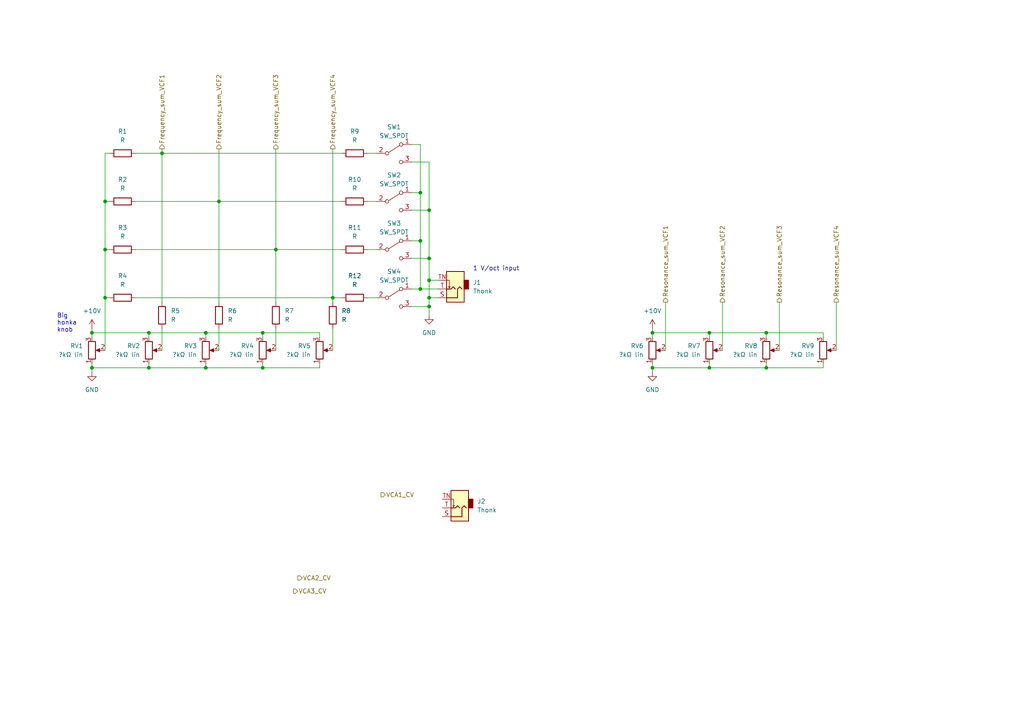
<source format=kicad_sch>
(kicad_sch (version 20211123) (generator eeschema)
  (paper "A4")
  (lib_symbols
    (symbol "Connector:AudioJack2_SwitchT"
      (property "Reference" "J" (at 0 8.89 0))
      (property "Value" "AudioJack2_SwitchT" (at 0 6.35 0))
      (symbol "AudioJack2_SwitchT_0_1"
        (rectangle (start -2.54 0) (end -3.81 -2.54) (stroke (width 0.254)) (fill (type outline)))
        (polyline (pts (xy 1.778 -0.254) (xy 2.032 -0.762)))
        (polyline (pts (xy 0 0) (xy 0.635 -0.635) (xy 1.27 0) (xy 2.54 0)) (stroke (width 0.254)))
        (polyline (pts (xy 2.54 -2.54) (xy 1.778 -2.54) (xy 1.778 -0.254) (xy 1.524 -0.762)))
        (polyline (pts (xy 2.54 2.54) (xy -0.635 2.54) (xy -0.635 0) (xy -1.27 -0.635) (xy -1.905 0)) (stroke (width 0.254)))
        (rectangle (start 2.54 3.81) (end -2.54 -5.08) (stroke (width 0.254)) (fill (type background)))
      )
      (symbol "AudioJack2_SwitchT_1_1"
        (pin passive line (at 5.08 2.54 180) (length 2.54) (name "~") (number "S"))
        (pin passive line (at 5.08 0 180) (length 2.54) (name "~") (number "T"))
        (pin passive line (at 5.08 -2.54 180) (length 2.54) (name "~") (number "TN"))
      )
    )
    (symbol "Device:R" (pin_numbers hide) (pin_names (offset 0))
      (property "Reference" "R" (at 2.032 0 90))
      (property "Value" "R" (at 0 0 90))
      (symbol "R_0_1"
        (rectangle (start -1.016 -2.54) (end 1.016 2.54) (stroke (width 0.254)))
      )
      (symbol "R_1_1"
        (pin passive line (at 0 3.81 270) (length 1.27) (name "~") (number "1"))
        (pin passive line (at 0 -3.81 90) (length 1.27) (name "~") (number "2"))
      )
    )
    (symbol "Device:R_Potentiometer" (pin_names (offset 1.016) hide)
      (property "Reference" "RV" (at -4.445 0 90))
      (property "Value" "R_Potentiometer" (at -2.54 0 90))
      (symbol "R_Potentiometer_0_1"
        (polyline (pts (xy 2.54 0) (xy 1.524 0)))
        (polyline (pts (xy 1.143 0) (xy 2.286 0.508) (xy 2.286 -0.508) (xy 1.143 0)) (fill (type outline)))
        (rectangle (start 1.016 2.54) (end -1.016 -2.54) (stroke (width 0.254)))
      )
      (symbol "R_Potentiometer_1_1"
        (pin passive line (at 0 3.81 270) (length 1.27) (name "1") (number "1"))
        (pin passive line (at 3.81 0 180) (length 1.27) (name "2") (number "2"))
        (pin passive line (at 0 -3.81 90) (length 1.27) (name "3") (number "3"))
      )
    )
    (symbol "Switch:SW_SPDT" (pin_names (offset 0) hide)
      (property "Reference" "SW" (at 0 4.318 0))
      (property "Value" "SW_SPDT" (at 0 -5.08 0))
      (symbol "SW_SPDT_0_0"
        (circle (center -2.032 0) (radius 0.508))
        (circle (center 2.032 -2.54) (radius 0.508))
      )
      (symbol "SW_SPDT_0_1"
        (polyline (pts (xy -1.524 0.254) (xy 1.651 2.286)))
        (circle (center 2.032 2.54) (radius 0.508))
      )
      (symbol "SW_SPDT_1_1"
        (pin passive line (at 5.08 2.54 180) (length 2.54) (name "A") (number "1"))
        (pin passive line (at -5.08 0 0) (length 2.54) (name "B") (number "2"))
        (pin passive line (at 5.08 -2.54 180) (length 2.54) (name "C") (number "3"))
      )
    )
    (symbol "power:+10V" (power) (pin_names (offset 0))
      (property "Value" "+10V" (at 0 3.556 0))
      (symbol "+10V_0_1"
        (polyline (pts (xy -0.762 1.27) (xy 0 2.54)))
        (polyline (pts (xy 0 0) (xy 0 2.54)))
        (polyline (pts (xy 0 2.54) (xy 0.762 1.27)))
      )
      (symbol "+10V_1_1"
        (pin power_in line (at 0 0 90) (length 0) hide (name "+10V") (number "1"))
      )
    )
    (symbol "power:GND" (power) (pin_names (offset 0))
      (property "Value" "GND" (at 0 -3.81 0))
      (symbol "GND_0_1"
        (polyline (pts (xy 0 0) (xy 0 -1.27) (xy 1.27 -1.27) (xy 0 -2.54) (xy -1.27 -1.27) (xy 0 -1.27)))
      )
      (symbol "GND_1_1"
        (pin power_in line (at 0 0 270) (length 0) hide (name "GND") (number "1"))
      )
    )
  )
  (junction (at 80.01 72.39))
  (junction (at 46.99 44.45))
  (junction (at 59.69 106.68))
  (junction (at 26.67 96.52))
  (junction (at 124.46 81.28))
  (junction (at 124.46 86.36))
  (junction (at 43.18 106.68))
  (junction (at 189.23 96.52))
  (junction (at 121.92 55.88))
  (junction (at 189.23 106.68))
  (junction (at 30.48 58.42))
  (junction (at 26.67 106.68))
  (junction (at 124.46 88.9))
  (junction (at 76.2 106.68))
  (junction (at 222.25 106.68))
  (junction (at 205.74 96.52))
  (junction (at 121.92 83.82))
  (junction (at 59.69 96.52))
  (junction (at 222.25 96.52))
  (junction (at 43.18 96.52))
  (junction (at 124.46 74.93))
  (junction (at 124.46 60.96))
  (junction (at 76.2 96.52))
  (junction (at 96.52 86.36))
  (junction (at 30.48 72.39))
  (junction (at 205.74 106.68))
  (junction (at 63.5 58.42))
  (junction (at 121.92 69.85))
  (junction (at 30.48 86.36))
  (wire (pts (xy 59.69 105.41) (xy 59.69 106.68)))
  (wire (pts (xy 124.46 81.28) (xy 127 81.28)))
  (wire (pts (xy 106.68 58.42) (xy 109.22 58.42)))
  (wire (pts (xy 119.38 83.82) (xy 121.92 83.82)))
  (wire (pts (xy 121.92 83.82) (xy 127 83.82)))
  (wire (pts (xy 59.69 96.52) (xy 59.69 97.79)))
  (wire (pts (xy 121.92 69.85) (xy 121.92 83.82)))
  (wire (pts (xy 121.92 55.88) (xy 121.92 69.85)))
  (wire (pts (xy 121.92 41.91) (xy 121.92 55.88)))
  (wire (pts (xy 119.38 41.91) (xy 121.92 41.91)))
  (wire (pts (xy 43.18 96.52) (xy 43.18 97.79)))
  (wire (pts (xy 63.5 95.25) (xy 63.5 101.6)))
  (wire (pts (xy 46.99 95.25) (xy 46.99 101.6)))
  (wire (pts (xy 76.2 96.52) (xy 76.2 97.79)))
  (wire (pts (xy 39.37 58.42) (xy 63.5 58.42)))
  (wire (pts (xy 46.99 43.18) (xy 46.99 44.45)))
  (wire (pts (xy 46.99 44.45) (xy 46.99 87.63)))
  (wire (pts (xy 26.67 95.25) (xy 26.67 96.52)))
  (wire (pts (xy 26.67 96.52) (xy 26.67 97.79)))
  (wire (pts (xy 39.37 44.45) (xy 46.99 44.45)))
  (wire (pts (xy 205.74 105.41) (xy 205.74 106.68)))
  (wire (pts (xy 119.38 60.96) (xy 124.46 60.96)))
  (wire (pts (xy 205.74 96.52) (xy 205.74 97.79)))
  (wire (pts (xy 26.67 96.52) (xy 43.18 96.52)))
  (wire (pts (xy 43.18 96.52) (xy 59.69 96.52)))
  (wire (pts (xy 59.69 96.52) (xy 76.2 96.52)))
  (wire (pts (xy 76.2 96.52) (xy 92.71 96.52)))
  (wire (pts (xy 92.71 96.52) (xy 92.71 97.79)))
  (wire (pts (xy 119.38 88.9) (xy 124.46 88.9)))
  (wire (pts (xy 193.04 87.63) (xy 193.04 101.6)))
  (wire (pts (xy 63.5 58.42) (xy 63.5 87.63)))
  (wire (pts (xy 63.5 43.18) (xy 63.5 58.42)))
  (wire (pts (xy 205.74 106.68) (xy 222.25 106.68)))
  (wire (pts (xy 189.23 106.68) (xy 205.74 106.68)))
  (wire (pts (xy 222.25 106.68) (xy 238.76 106.68)))
  (wire (pts (xy 238.76 106.68) (xy 238.76 105.41)))
  (wire (pts (xy 189.23 105.41) (xy 189.23 106.68)))
  (wire (pts (xy 189.23 106.68) (xy 189.23 107.95)))
  (wire (pts (xy 189.23 96.52) (xy 189.23 97.79)))
  (wire (pts (xy 189.23 95.25) (xy 189.23 96.52)))
  (wire (pts (xy 80.01 95.25) (xy 80.01 101.6)))
  (wire (pts (xy 96.52 43.18) (xy 96.52 86.36)))
  (wire (pts (xy 96.52 86.36) (xy 96.52 87.63)))
  (wire (pts (xy 46.99 44.45) (xy 99.06 44.45)))
  (wire (pts (xy 222.25 96.52) (xy 222.25 97.79)))
  (wire (pts (xy 30.48 72.39) (xy 31.75 72.39)))
  (wire (pts (xy 30.48 58.42) (xy 31.75 58.42)))
  (wire (pts (xy 119.38 69.85) (xy 121.92 69.85)))
  (wire (pts (xy 26.67 106.68) (xy 43.18 106.68)))
  (wire (pts (xy 43.18 106.68) (xy 59.69 106.68)))
  (wire (pts (xy 76.2 106.68) (xy 92.71 106.68)))
  (wire (pts (xy 59.69 106.68) (xy 76.2 106.68)))
  (wire (pts (xy 92.71 106.68) (xy 92.71 105.41)))
  (wire (pts (xy 30.48 86.36) (xy 31.75 86.36)))
  (wire (pts (xy 222.25 105.41) (xy 222.25 106.68)))
  (wire (pts (xy 106.68 86.36) (xy 109.22 86.36)))
  (wire (pts (xy 209.55 87.63) (xy 209.55 101.6)))
  (wire (pts (xy 205.74 96.52) (xy 222.25 96.52)))
  (wire (pts (xy 189.23 96.52) (xy 205.74 96.52)))
  (wire (pts (xy 222.25 96.52) (xy 238.76 96.52)))
  (wire (pts (xy 238.76 96.52) (xy 238.76 97.79)))
  (wire (pts (xy 76.2 105.41) (xy 76.2 106.68)))
  (wire (pts (xy 119.38 74.93) (xy 124.46 74.93)))
  (wire (pts (xy 124.46 86.36) (xy 127 86.36)))
  (wire (pts (xy 30.48 101.6) (xy 30.48 86.36)))
  (wire (pts (xy 30.48 86.36) (xy 30.48 72.39)))
  (wire (pts (xy 30.48 44.45) (xy 31.75 44.45)))
  (wire (pts (xy 30.48 58.42) (xy 30.48 44.45)))
  (wire (pts (xy 30.48 72.39) (xy 30.48 58.42)))
  (wire (pts (xy 26.67 106.68) (xy 26.67 107.95)))
  (wire (pts (xy 26.67 105.41) (xy 26.67 106.68)))
  (wire (pts (xy 80.01 72.39) (xy 80.01 87.63)))
  (wire (pts (xy 80.01 43.18) (xy 80.01 72.39)))
  (wire (pts (xy 96.52 86.36) (xy 99.06 86.36)))
  (wire (pts (xy 43.18 105.41) (xy 43.18 106.68)))
  (wire (pts (xy 80.01 72.39) (xy 99.06 72.39)))
  (wire (pts (xy 39.37 72.39) (xy 80.01 72.39)))
  (wire (pts (xy 106.68 72.39) (xy 109.22 72.39)))
  (wire (pts (xy 124.46 74.93) (xy 124.46 81.28)))
  (wire (pts (xy 124.46 60.96) (xy 124.46 74.93)))
  (wire (pts (xy 124.46 46.99) (xy 124.46 60.96)))
  (wire (pts (xy 119.38 46.99) (xy 124.46 46.99)))
  (wire (pts (xy 124.46 86.36) (xy 124.46 88.9)))
  (wire (pts (xy 124.46 88.9) (xy 124.46 91.44)))
  (wire (pts (xy 124.46 81.28) (xy 124.46 86.36)))
  (wire (pts (xy 106.68 44.45) (xy 109.22 44.45)))
  (wire (pts (xy 242.57 87.63) (xy 242.57 101.6)))
  (wire (pts (xy 63.5 58.42) (xy 99.06 58.42)))
  (wire (pts (xy 119.38 55.88) (xy 121.92 55.88)))
  (wire (pts (xy 96.52 95.25) (xy 96.52 101.6)))
  (wire (pts (xy 226.06 87.63) (xy 226.06 101.6)))
  (wire (pts (xy 39.37 86.36) (xy 96.52 86.36)))
  (text "1 V/oct input" (at 137.16 78.74 0) (effects (font (size 1.27 1.27)) (justify left bottom)))
  (text "Big\nhonka\nknob" (at 16.51 96.52 0) (effects (font (size 1.27 1.27)) (justify left bottom)))
  (hierarchical_label "VCA3_CV" (shape output) (at 85.09 171.45 0))
  (hierarchical_label "Resonance_sum_VCF2" (shape output) (at 209.55 87.63 90))
  (hierarchical_label "Frequency_sum_VCF4" (shape output) (at 96.52 43.18 90))
  (hierarchical_label "Resonance_sum_VCF1" (shape output) (at 193.04 87.63 90))
  (hierarchical_label "Resonance_sum_VCF4" (shape output) (at 242.57 87.63 90))
  (hierarchical_label "VCA2_CV" (shape output) (at 86.36 167.64 0))
  (hierarchical_label "VCA1_CV" (shape output) (at 110.49 143.51 0))
  (hierarchical_label "Frequency_sum_VCF3" (shape output) (at 80.01 43.18 90))
  (hierarchical_label "Frequency_sum_VCF2" (shape output) (at 63.5 43.18 90))
  (hierarchical_label "Resonance_sum_VCF3" (shape output) (at 226.06 87.63 90))
  (hierarchical_label "Frequency_sum_VCF1" (shape output) (at 46.99 43.18 90))
  (symbol (lib_id "Device:R") (at 102.87 72.39 90) (unit 1)
    (property "Reference" "R11" (at 102.87 66.04 90))
    (property "Value" "R" (at 102.87 68.58 90))
    (property "Footprint" "Resistor_SMD:R_0603_1608Metric" (effects hide))
  )
  (symbol (lib_id "Device:R") (at 63.5 91.44 0) (unit 1)
    (property "Reference" "R6" (at 66.04 90.1699 0) (effects (justify left)))
    (property "Value" "R" (at 66.04 92.7099 0) (effects (justify left)))
    (property "Footprint" "Resistor_SMD:R_0603_1608Metric" (effects hide))
  )
  (symbol (lib_id "power:+10V") (at 26.67 95.25 0) (unit 1)
    (property "Reference" "#PWR01" (effects hide))
    (property "Value" "+10V" (at 26.67 90.17 0))
  )
  (symbol (lib_id "Device:R_Potentiometer") (at 189.23 101.6 0) (mirror x) (unit 1)
    (property "Reference" "RV6" (at 186.69 100.3299 0) (effects (justify right)))
    (property "Value" "?kΩ lin" (at 186.69 102.8699 0) (effects (justify right)))
  )
  (symbol (lib_id "Device:R_Potentiometer") (at 43.18 101.6 0) (mirror x) (unit 1)
    (property "Reference" "RV2" (at 40.64 100.3299 0) (effects (justify right)))
    (property "Value" "?kΩ lin" (at 40.64 102.8699 0) (effects (justify right)))
  )
  (symbol (lib_id "Device:R_Potentiometer") (at 26.67 101.6 0) (mirror x) (unit 1)
    (property "Reference" "RV1" (at 24.13 100.3299 0) (effects (justify right)))
    (property "Value" "?kΩ lin" (at 24.13 102.8699 0) (effects (justify right)))
  )
  (symbol (lib_id "Device:R") (at 102.87 58.42 90) (unit 1)
    (property "Reference" "R10" (at 102.87 52.07 90))
    (property "Value" "R" (at 102.87 54.61 90))
    (property "Footprint" "Resistor_SMD:R_0603_1608Metric" (effects hide))
  )
  (symbol (lib_id "Switch:SW_SPDT") (at 114.3 86.36 0) (unit 1)
    (property "Reference" "SW4" (at 114.3 78.74 0))
    (property "Value" "SW_SPDT" (at 114.3 81.28 0))
  )
  (symbol (lib_id "power:+10V") (at 189.23 95.25 0) (unit 1)
    (property "Reference" "#PWR04" (effects hide))
    (property "Value" "+10V" (at 189.23 90.17 0))
  )
  (symbol (lib_id "Device:R") (at 80.01 91.44 0) (unit 1)
    (property "Reference" "R7" (at 82.55 90.1699 0) (effects (justify left)))
    (property "Value" "R" (at 82.55 92.7099 0) (effects (justify left)))
    (property "Footprint" "Resistor_SMD:R_0603_1608Metric" (effects hide))
  )
  (symbol (lib_id "Device:R") (at 35.56 86.36 90) (unit 1)
    (property "Reference" "R4" (at 35.56 80.01 90))
    (property "Value" "R" (at 35.56 82.55 90))
    (property "Footprint" "Resistor_SMD:R_0603_1608Metric" (effects hide))
  )
  (symbol (lib_id "Switch:SW_SPDT") (at 114.3 58.42 0) (unit 1)
    (property "Reference" "SW2" (at 114.3 50.8 0))
    (property "Value" "SW_SPDT" (at 114.3 53.34 0))
  )
  (symbol (lib_id "Device:R") (at 46.99 91.44 0) (unit 1)
    (property "Reference" "R5" (at 49.53 90.1699 0) (effects (justify left)))
    (property "Value" "R" (at 49.53 92.7099 0) (effects (justify left)))
    (property "Footprint" "Resistor_SMD:R_0603_1608Metric" (effects hide))
  )
  (symbol (lib_id "Device:R") (at 102.87 44.45 90) (unit 1)
    (property "Reference" "R9" (at 102.87 38.1 90))
    (property "Value" "R" (at 102.87 40.64 90))
    (property "Footprint" "Resistor_SMD:R_0603_1608Metric" (effects hide))
  )
  (symbol (lib_id "Device:R") (at 96.52 91.44 0) (unit 1)
    (property "Reference" "R8" (at 99.06 90.1699 0) (effects (justify left)))
    (property "Value" "R" (at 99.06 92.7099 0) (effects (justify left)))
    (property "Footprint" "Resistor_SMD:R_0603_1608Metric" (effects hide))
  )
  (symbol (lib_id "Connector:AudioJack2_SwitchT") (at 133.35 147.32 180) (unit 1)
    (property "Reference" "J2" (at 138.43 145.4149 0) (effects (justify right)))
    (property "Value" "Thonk" (at 138.43 147.9549 0) (effects (justify right)))
  )
  (symbol (lib_id "Device:R_Potentiometer") (at 92.71 101.6 0) (mirror x) (unit 1)
    (property "Reference" "RV5" (at 90.17 100.3299 0) (effects (justify right)))
    (property "Value" "?kΩ lin" (at 90.17 102.8699 0) (effects (justify right)))
  )
  (symbol (lib_id "Device:R") (at 35.56 44.45 90) (unit 1)
    (property "Reference" "R1" (at 35.56 38.1 90))
    (property "Value" "R" (at 35.56 40.64 90))
    (property "Footprint" "Resistor_SMD:R_0603_1608Metric" (effects hide))
  )
  (symbol (lib_id "Device:R") (at 102.87 86.36 90) (unit 1)
    (property "Reference" "R12" (at 102.87 80.01 90))
    (property "Value" "R" (at 102.87 82.55 90))
    (property "Footprint" "Resistor_SMD:R_0603_1608Metric" (effects hide))
  )
  (symbol (lib_id "Device:R_Potentiometer") (at 222.25 101.6 0) (mirror x) (unit 1)
    (property "Reference" "RV8" (at 219.71 100.3299 0) (effects (justify right)))
    (property "Value" "?kΩ lin" (at 219.71 102.8699 0) (effects (justify right)))
  )
  (symbol (lib_id "Device:R_Potentiometer") (at 76.2 101.6 0) (mirror x) (unit 1)
    (property "Reference" "RV4" (at 73.66 100.3299 0) (effects (justify right)))
    (property "Value" "?kΩ lin" (at 73.66 102.8699 0) (effects (justify right)))
  )
  (symbol (lib_id "Device:R_Potentiometer") (at 205.74 101.6 0) (mirror x) (unit 1)
    (property "Reference" "RV7" (at 203.2 100.3299 0) (effects (justify right)))
    (property "Value" "?kΩ lin" (at 203.2 102.8699 0) (effects (justify right)))
  )
  (symbol (lib_id "Switch:SW_SPDT") (at 114.3 72.39 0) (unit 1)
    (property "Reference" "SW3" (at 114.3 64.77 0))
    (property "Value" "SW_SPDT" (at 114.3 67.31 0))
  )
  (symbol (lib_id "power:GND") (at 26.67 107.95 0) (unit 1)
    (property "Reference" "#PWR02" (effects hide))
    (property "Value" "GND" (at 26.67 113.03 0))
  )
  (symbol (lib_id "Switch:SW_SPDT") (at 114.3 44.45 0) (unit 1)
    (property "Reference" "SW1" (at 114.3 36.83 0))
    (property "Value" "SW_SPDT" (at 114.3 39.37 0))
  )
  (symbol (lib_id "Device:R_Potentiometer") (at 238.76 101.6 0) (mirror x) (unit 1)
    (property "Reference" "RV9" (at 236.22 100.3299 0) (effects (justify right)))
    (property "Value" "?kΩ lin" (at 236.22 102.8699 0) (effects (justify right)))
  )
  (symbol (lib_id "Device:R_Potentiometer") (at 59.69 101.6 0) (mirror x) (unit 1)
    (property "Reference" "RV3" (at 57.15 100.3299 0) (effects (justify right)))
    (property "Value" "?kΩ lin" (at 57.15 102.8699 0) (effects (justify right)))
  )
  (symbol (lib_id "Device:R") (at 35.56 58.42 90) (unit 1)
    (property "Reference" "R2" (at 35.56 52.07 90))
    (property "Value" "R" (at 35.56 54.61 90))
    (property "Footprint" "Resistor_SMD:R_0603_1608Metric" (effects hide))
  )
  (symbol (lib_id "Connector:AudioJack2_SwitchT") (at 132.08 83.82 180) (unit 1)
    (property "Reference" "J1" (at 137.16 81.9149 0) (effects (justify right)))
    (property "Value" "Thonk" (at 137.16 84.4549 0) (effects (justify right)))
  )
  (symbol (lib_id "power:GND") (at 189.23 107.95 0) (unit 1)
    (property "Reference" "#PWR05" (effects hide))
    (property "Value" "GND" (at 189.23 113.03 0))
  )
  (symbol (lib_id "power:GND") (at 124.46 91.44 0) (unit 1)
    (property "Reference" "#PWR03" (effects hide))
    (property "Value" "GND" (at 124.46 96.52 0))
  )
  (symbol (lib_id "Device:R") (at 35.56 72.39 90) (unit 1)
    (property "Reference" "R3" (at 35.56 66.04 90))
    (property "Value" "R" (at 35.56 68.58 90))
    (property "Footprint" "Resistor_SMD:R_0603_1608Metric" (effects hide))
  )
)
</source>
